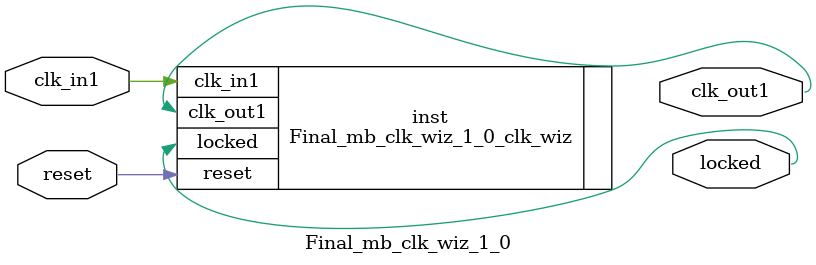
<source format=v>


`timescale 1ps/1ps

(* CORE_GENERATION_INFO = "Final_mb_clk_wiz_1_0,clk_wiz_v6_0_11_0_0,{component_name=Final_mb_clk_wiz_1_0,use_phase_alignment=true,use_min_o_jitter=false,use_max_i_jitter=false,use_dyn_phase_shift=false,use_inclk_switchover=false,use_dyn_reconfig=false,enable_axi=0,feedback_source=FDBK_AUTO,PRIMITIVE=MMCM,num_out_clk=1,clkin1_period=10.000,clkin2_period=10.000,use_power_down=false,use_reset=true,use_locked=true,use_inclk_stopped=false,feedback_type=SINGLE,CLOCK_MGR_TYPE=NA,manual_override=false}" *)

module Final_mb_clk_wiz_1_0 
 (
  // Clock out ports
  output        clk_out1,
  // Status and control signals
  input         reset,
  output        locked,
 // Clock in ports
  input         clk_in1
 );

  Final_mb_clk_wiz_1_0_clk_wiz inst
  (
  // Clock out ports  
  .clk_out1(clk_out1),
  // Status and control signals               
  .reset(reset), 
  .locked(locked),
 // Clock in ports
  .clk_in1(clk_in1)
  );

endmodule

</source>
